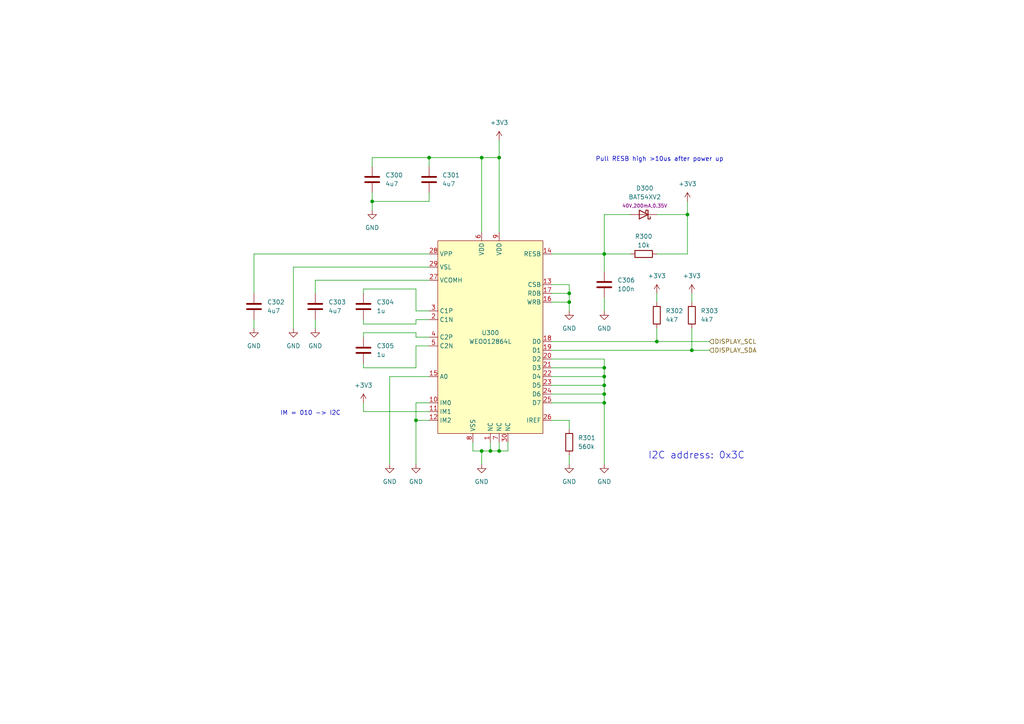
<source format=kicad_sch>
(kicad_sch (version 20211123) (generator eeschema)
  (paper "A4")
  (title_block (title "Linear PSU Digital Board") (date "06/2023") (rev "1") (company "Martin Kopka"))
  (lib_symbols
    (symbol "Device:C" (pin_numbers hide) (pin_names (offset 0.254))
      (property "Reference" "C" (at 0.635 2.54 0))
      (property "Value" "C" (at 0.635 -2.54 0))
      (symbol "C_0_1"
        (polyline (pts (xy -2.032 -0.762) (xy 2.032 -0.762)) (stroke (width 0.508)))
        (polyline (pts (xy -2.032 0.762) (xy 2.032 0.762)) (stroke (width 0.508)))
      )
      (symbol "C_1_1"
        (pin passive line (at 0 3.81 270) (length 2.794) (name "~") (number "1"))
        (pin passive line (at 0 -3.81 90) (length 2.794) (name "~") (number "2"))
      )
    )
    (symbol "Device:R" (pin_numbers hide) (pin_names (offset 0))
      (property "Reference" "R" (at 2.032 0 90))
      (property "Value" "R" (at 0 0 90))
      (symbol "R_0_1"
        (rectangle (start -1.016 -2.54) (end 1.016 2.54) (stroke (width 0.254)))
      )
      (symbol "R_1_1"
        (pin passive line (at 0 3.81 270) (length 1.27) (name "~") (number "1"))
        (pin passive line (at 0 -3.81 90) (length 1.27) (name "~") (number "2"))
      )
    )
    (symbol "power:+3V3" (power) (pin_names (offset 0))
      (property "Value" "+3V3" (at 0 3.556 0))
      (symbol "+3V3_0_1"
        (polyline (pts (xy -0.762 1.27) (xy 0 2.54)))
        (polyline (pts (xy 0 0) (xy 0 2.54)))
        (polyline (pts (xy 0 2.54) (xy 0.762 1.27)))
      )
      (symbol "+3V3_1_1"
        (pin power_in line (at 0 0 90) (length 0) hide (name "+3V3") (number "1"))
      )
    )
    (symbol "power:GND" (power) (pin_names (offset 0))
      (property "Value" "GND" (at 0 -3.81 0))
      (symbol "GND_0_1"
        (polyline (pts (xy 0 0) (xy 0 -1.27) (xy 1.27 -1.27) (xy 0 -2.54) (xy -1.27 -1.27) (xy 0 -1.27)))
      )
      (symbol "GND_1_1"
        (pin power_in line (at 0 0 270) (length 0) hide (name "GND") (number "1"))
      )
    )
    (symbol "w-diode:BAT54XV2" (pin_numbers hide) (pin_names hide)
      (property "Reference" "D" (at 0 7.62 0))
      (property "Value" "BAT54XV2" (at 0 5.08 0))
      (property "Params" "40V,200mA,0.35V" (at 0 2.54 0))
      (symbol "BAT54XV2_0_1"
        (polyline (pts (xy -1.27 0) (xy 1.27 0)))
        (polyline (pts (xy -1.27 -1.27) (xy -1.27 1.27) (xy 1.27 0) (xy -1.27 -1.27)) (stroke (width 0.254)))
        (polyline (pts (xy 1.905 -0.635) (xy 1.905 -1.27) (xy 1.27 -1.27) (xy 1.27 1.27) (xy 0.635 1.27) (xy 0.635 0.635)) (stroke (width 0.254)))
      )
      (symbol "BAT54XV2_1_1"
        (pin passive line (at 3.81 0 180) (length 2.54) (name "K") (number "1"))
        (pin passive line (at -3.81 0 0) (length 2.54) (name "A") (number "2"))
      )
    )
    (symbol "w-module:WEO012864L"
      (property "Reference" "U" (at 0 0 0))
      (property "Value" "WEO012864L" (at 0 -2.54 0))
      (symbol "WEO012864L_0_1"
        (rectangle (start -15.24 27.94) (end 15.24 -27.94) (fill (type background)))
      )
      (symbol "WEO012864L_1_1"
        (pin passive line (at 0 -30.48 90) (length 2.54) (name "NC") (number "1"))
        (pin input line (at -17.78 -19.05 0) (length 2.54) (name "IM0") (number "10"))
        (pin input line (at -17.78 -21.59 0) (length 2.54) (name "IM1") (number "11"))
        (pin input line (at -17.78 -24.13 0) (length 2.54) (name "IM2") (number "12"))
        (pin input line (at 17.78 15.24 180) (length 2.54) (name "CSB") (number "13"))
        (pin input line (at 17.78 24.13 180) (length 2.54) (name "RESB") (number "14"))
        (pin input line (at -17.78 -11.43 0) (length 2.54) (name "A0") (number "15"))
        (pin input line (at 17.78 10.16 180) (length 2.54) (name "WRB") (number "16"))
        (pin input line (at 17.78 12.7 180) (length 2.54) (name "RDB") (number "17"))
        (pin bidirectional line (at 17.78 -1.27 180) (length 2.54) (name "D0") (number "18"))
        (pin bidirectional line (at 17.78 -3.81 180) (length 2.54) (name "D1") (number "19"))
        (pin power_out line (at -17.78 5.08 0) (length 2.54) (name "C1N") (number "2"))
        (pin bidirectional line (at 17.78 -6.35 180) (length 2.54) (name "D2") (number "20"))
        (pin bidirectional line (at 17.78 -8.89 180) (length 2.54) (name "D3") (number "21"))
        (pin bidirectional line (at 17.78 -11.43 180) (length 2.54) (name "D4") (number "22"))
        (pin bidirectional line (at 17.78 -13.97 180) (length 2.54) (name "D5") (number "23"))
        (pin bidirectional line (at 17.78 -16.51 180) (length 2.54) (name "D6") (number "24"))
        (pin bidirectional line (at 17.78 -19.05 180) (length 2.54) (name "D7") (number "25"))
        (pin power_out line (at 17.78 -24.13 180) (length 2.54) (name "IREF") (number "26"))
        (pin power_out line (at -17.78 16.51 0) (length 2.54) (name "VCOMH") (number "27"))
        (pin power_out line (at -17.78 24.13 0) (length 2.54) (name "VPP") (number "28"))
        (pin power_in line (at -17.78 20.32 0) (length 2.54) (name "VSL") (number "29"))
        (pin power_out line (at -17.78 7.62 0) (length 2.54) (name "C1P") (number "3"))
        (pin passive line (at 5.08 -30.48 90) (length 2.54) (name "NC") (number "30"))
        (pin power_out line (at -17.78 0 0) (length 2.54) (name "C2P") (number "4"))
        (pin power_out line (at -17.78 -2.54 0) (length 2.54) (name "C2N") (number "5"))
        (pin power_in line (at -2.54 30.48 270) (length 2.54) (name "VDD") (number "6"))
        (pin passive line (at 2.54 -30.48 90) (length 2.54) (name "NC") (number "7"))
        (pin power_in line (at -5.08 -30.48 90) (length 2.54) (name "VSS") (number "8"))
        (pin power_in line (at 2.54 30.48 270) (length 2.54) (name "VDD") (number "9"))
      )
    )
  )
  (junction (at 165.1 85.09))
  (junction (at 139.7 130.81))
  (junction (at 175.26 116.84))
  (junction (at 139.7 45.72))
  (junction (at 124.46 45.72))
  (junction (at 190.5 99.06))
  (junction (at 175.26 73.66))
  (junction (at 200.66 101.6))
  (junction (at 175.26 106.68))
  (junction (at 120.65 121.92))
  (junction (at 144.78 130.81))
  (junction (at 165.1 87.63))
  (junction (at 142.24 130.81))
  (junction (at 175.26 114.3))
  (junction (at 199.39 62.23))
  (junction (at 107.95 58.42))
  (junction (at 175.26 109.22))
  (junction (at 144.78 45.72))
  (junction (at 175.26 111.76))
  (wire (pts (xy 107.95 58.42) (xy 107.95 60.96)))
  (wire (pts (xy 144.78 45.72) (xy 144.78 67.31)))
  (wire (pts (xy 105.41 106.68) (xy 105.41 105.41)))
  (wire (pts (xy 105.41 96.52) (xy 120.65 96.52)))
  (wire (pts (xy 144.78 40.64) (xy 144.78 45.72)))
  (wire (pts (xy 165.1 82.55) (xy 165.1 85.09)))
  (wire (pts (xy 147.32 128.27) (xy 147.32 130.81)))
  (wire (pts (xy 165.1 121.92) (xy 165.1 124.46)))
  (wire (pts (xy 91.44 85.09) (xy 91.44 81.28)))
  (wire (pts (xy 175.26 62.23) (xy 175.26 73.66)))
  (wire (pts (xy 105.41 92.71) (xy 105.41 93.98)))
  (wire (pts (xy 120.65 83.82) (xy 120.65 90.17)))
  (wire (pts (xy 73.66 73.66) (xy 124.46 73.66)))
  (wire (pts (xy 137.16 130.81) (xy 139.7 130.81)))
  (wire (pts (xy 160.02 109.22) (xy 175.26 109.22)))
  (wire (pts (xy 160.02 114.3) (xy 175.26 114.3)))
  (wire (pts (xy 175.26 73.66) (xy 175.26 78.74)))
  (wire (pts (xy 113.03 109.22) (xy 124.46 109.22)))
  (wire (pts (xy 73.66 95.25) (xy 73.66 92.71)))
  (wire (pts (xy 175.26 111.76) (xy 175.26 114.3)))
  (wire (pts (xy 91.44 95.25) (xy 91.44 92.71)))
  (wire (pts (xy 105.41 96.52) (xy 105.41 97.79)))
  (wire (pts (xy 120.65 106.68) (xy 105.41 106.68)))
  (wire (pts (xy 113.03 134.62) (xy 113.03 109.22)))
  (wire (pts (xy 165.1 85.09) (xy 165.1 87.63)))
  (wire (pts (xy 139.7 130.81) (xy 139.7 134.62)))
  (wire (pts (xy 175.26 116.84) (xy 175.26 134.62)))
  (wire (pts (xy 120.65 92.71) (xy 124.46 92.71)))
  (wire (pts (xy 137.16 128.27) (xy 137.16 130.81)))
  (wire (pts (xy 120.65 93.98) (xy 120.65 92.71)))
  (wire (pts (xy 160.02 82.55) (xy 165.1 82.55)))
  (wire (pts (xy 120.65 121.92) (xy 124.46 121.92)))
  (wire (pts (xy 120.65 90.17) (xy 124.46 90.17)))
  (wire (pts (xy 105.41 85.09) (xy 105.41 83.82)))
  (wire (pts (xy 175.26 114.3) (xy 175.26 116.84)))
  (wire (pts (xy 175.26 73.66) (xy 182.88 73.66)))
  (wire (pts (xy 190.5 99.06) (xy 190.5 95.25)))
  (wire (pts (xy 199.39 58.42) (xy 199.39 62.23)))
  (wire (pts (xy 199.39 62.23) (xy 190.5 62.23)))
  (wire (pts (xy 160.02 116.84) (xy 175.26 116.84)))
  (wire (pts (xy 124.46 116.84) (xy 120.65 116.84)))
  (wire (pts (xy 105.41 116.84) (xy 105.41 119.38)))
  (wire (pts (xy 105.41 93.98) (xy 120.65 93.98)))
  (wire (pts (xy 107.95 48.26) (xy 107.95 45.72)))
  (wire (pts (xy 175.26 90.17) (xy 175.26 86.36)))
  (wire (pts (xy 160.02 73.66) (xy 175.26 73.66)))
  (wire (pts (xy 139.7 130.81) (xy 142.24 130.81)))
  (wire (pts (xy 85.09 77.47) (xy 124.46 77.47)))
  (wire (pts (xy 190.5 99.06) (xy 205.74 99.06)))
  (wire (pts (xy 142.24 128.27) (xy 142.24 130.81)))
  (wire (pts (xy 200.66 101.6) (xy 200.66 95.25)))
  (wire (pts (xy 139.7 45.72) (xy 139.7 67.31)))
  (wire (pts (xy 120.65 121.92) (xy 120.65 134.62)))
  (wire (pts (xy 160.02 85.09) (xy 165.1 85.09)))
  (wire (pts (xy 73.66 85.09) (xy 73.66 73.66)))
  (wire (pts (xy 147.32 130.81) (xy 144.78 130.81)))
  (wire (pts (xy 175.26 106.68) (xy 175.26 109.22)))
  (wire (pts (xy 160.02 106.68) (xy 175.26 106.68)))
  (wire (pts (xy 175.26 106.68) (xy 175.26 104.14)))
  (wire (pts (xy 160.02 87.63) (xy 165.1 87.63)))
  (wire (pts (xy 160.02 111.76) (xy 175.26 111.76)))
  (wire (pts (xy 120.65 100.33) (xy 120.65 106.68)))
  (wire (pts (xy 139.7 45.72) (xy 144.78 45.72)))
  (wire (pts (xy 85.09 95.25) (xy 85.09 77.47)))
  (wire (pts (xy 124.46 100.33) (xy 120.65 100.33)))
  (wire (pts (xy 124.46 58.42) (xy 107.95 58.42)))
  (wire (pts (xy 120.65 116.84) (xy 120.65 121.92)))
  (wire (pts (xy 91.44 81.28) (xy 124.46 81.28)))
  (wire (pts (xy 120.65 97.79) (xy 124.46 97.79)))
  (wire (pts (xy 107.95 55.88) (xy 107.95 58.42)))
  (wire (pts (xy 175.26 104.14) (xy 160.02 104.14)))
  (wire (pts (xy 124.46 45.72) (xy 139.7 45.72)))
  (wire (pts (xy 160.02 99.06) (xy 190.5 99.06)))
  (wire (pts (xy 144.78 130.81) (xy 142.24 130.81)))
  (wire (pts (xy 182.88 62.23) (xy 175.26 62.23)))
  (wire (pts (xy 120.65 96.52) (xy 120.65 97.79)))
  (wire (pts (xy 199.39 73.66) (xy 190.5 73.66)))
  (wire (pts (xy 165.1 134.62) (xy 165.1 132.08)))
  (wire (pts (xy 190.5 85.09) (xy 190.5 87.63)))
  (wire (pts (xy 165.1 90.17) (xy 165.1 87.63)))
  (wire (pts (xy 160.02 121.92) (xy 165.1 121.92)))
  (wire (pts (xy 160.02 101.6) (xy 200.66 101.6)))
  (wire (pts (xy 175.26 109.22) (xy 175.26 111.76)))
  (wire (pts (xy 200.66 101.6) (xy 205.74 101.6)))
  (wire (pts (xy 200.66 85.09) (xy 200.66 87.63)))
  (wire (pts (xy 105.41 83.82) (xy 120.65 83.82)))
  (wire (pts (xy 105.41 119.38) (xy 124.46 119.38)))
  (wire (pts (xy 107.95 45.72) (xy 124.46 45.72)))
  (wire (pts (xy 144.78 128.27) (xy 144.78 130.81)))
  (wire (pts (xy 124.46 45.72) (xy 124.46 48.26)))
  (wire (pts (xy 199.39 62.23) (xy 199.39 73.66)))
  (wire (pts (xy 124.46 55.88) (xy 124.46 58.42)))
  (text "IM = 010 -> I2C" (at 81.28 120.65 0) (effects (font (size 1.27 1.27)) (justify left bottom)))
  (text "Pull RESB high >10us after power up" (at 172.72 46.99 0) (effects (font (size 1.27 1.27)) (justify left bottom)))
  (text "I2C address: 0x3C" (at 187.96 133.35 0) (effects (font (size 2 2)) (justify left bottom)))
  (hierarchical_label "DISPLAY_SCL" (shape input) (at 205.74 99.06 0))
  (hierarchical_label "DISPLAY_SDA" (shape input) (at 205.74 101.6 0))
  (symbol (lib_id "Device:C") (at 105.41 101.6 0) (unit 1)
    (property "Reference" "C305" (at 109.22 100.3299 0) (effects (justify left)))
    (property "Value" "1u" (at 109.22 102.8699 0) (effects (justify left)))
    (property "Footprint" "Capacitor_SMD:C_0402_1005Metric" (effects hide))
  )
  (symbol (lib_id "Device:C") (at 91.44 88.9 0) (unit 1)
    (property "Reference" "C303" (at 95.25 87.6299 0) (effects (justify left)))
    (property "Value" "4u7" (at 95.25 90.1699 0) (effects (justify left)))
    (property "Footprint" "Capacitor_SMD:C_0603_1608Metric" (effects hide))
  )
  (symbol (lib_id "power:+3V3") (at 200.66 85.09 0) (unit 1)
    (property "Reference" "#PWR0163" (effects hide))
    (property "Value" "+3V3" (at 200.66 80.01 0))
  )
  (symbol (lib_id "power:GND") (at 165.1 90.17 0) (unit 1)
    (property "Reference" "#PWR0143" (effects hide))
    (property "Value" "GND" (at 165.1 95.25 0))
  )
  (symbol (lib_id "Device:R") (at 200.66 91.44 180) (unit 1)
    (property "Reference" "R303" (at 203.2 90.1699 0) (effects (justify right)))
    (property "Value" "4k7" (at 203.2 92.7099 0) (effects (justify right)))
    (property "Footprint" "Resistor_SMD:R_0402_1005Metric" (effects hide))
  )
  (symbol (lib_id "Device:R") (at 165.1 128.27 180) (unit 1)
    (property "Reference" "R301" (at 167.64 126.9999 0) (effects (justify right)))
    (property "Value" "560k" (at 167.64 129.5399 0) (effects (justify right)))
    (property "Footprint" "Resistor_SMD:R_0402_1005Metric" (effects hide))
  )
  (symbol (lib_id "power:GND") (at 113.03 134.62 0) (unit 1)
    (property "Reference" "#PWR0145" (effects hide))
    (property "Value" "GND" (at 113.03 139.7 0))
  )
  (symbol (lib_id "Device:R") (at 186.69 73.66 90) (unit 1)
    (property "Reference" "R300" (at 186.69 68.58 90))
    (property "Value" "10k" (at 186.69 71.12 90))
    (property "Footprint" "Resistor_SMD:R_0402_1005Metric" (effects hide))
  )
  (symbol (lib_id "Device:R") (at 190.5 91.44 180) (unit 1)
    (property "Reference" "R302" (at 193.04 90.1699 0) (effects (justify right)))
    (property "Value" "4k7" (at 193.04 92.7099 0) (effects (justify right)))
    (property "Footprint" "Resistor_SMD:R_0402_1005Metric" (effects hide))
  )
  (symbol (lib_id "power:GND") (at 175.26 90.17 0) (unit 1)
    (property "Reference" "#PWR0127" (effects hide))
    (property "Value" "GND" (at 175.26 95.25 0))
  )
  (symbol (lib_id "Device:C") (at 175.26 82.55 0) (unit 1)
    (property "Reference" "C306" (at 179.07 81.2799 0) (effects (justify left)))
    (property "Value" "100n" (at 179.07 83.8199 0) (effects (justify left)))
    (property "Footprint" "Capacitor_SMD:C_0402_1005Metric" (effects hide))
  )
  (symbol (lib_id "power:GND") (at 165.1 134.62 0) (unit 1)
    (property "Reference" "#PWR0124" (effects hide))
    (property "Value" "GND" (at 165.1 139.7 0))
  )
  (symbol (lib_id "power:+3V3") (at 199.39 58.42 0) (unit 1)
    (property "Reference" "#PWR0164" (effects hide))
    (property "Value" "+3V3" (at 199.39 53.34 0))
  )
  (symbol (lib_id "power:GND") (at 91.44 95.25 0) (unit 1)
    (property "Reference" "#PWR0123" (effects hide))
    (property "Value" "GND" (at 91.44 100.33 0))
  )
  (symbol (lib_id "power:GND") (at 73.66 95.25 0) (unit 1)
    (property "Reference" "#PWR0122" (effects hide))
    (property "Value" "GND" (at 73.66 100.33 0))
  )
  (symbol (lib_id "power:+3V3") (at 144.78 40.64 0) (unit 1)
    (property "Reference" "#PWR0165" (effects hide))
    (property "Value" "+3V3" (at 144.78 35.56 0))
  )
  (symbol (lib_id "power:+3V3") (at 105.41 116.84 0) (unit 1)
    (property "Reference" "#PWR0174" (effects hide))
    (property "Value" "+3V3" (at 105.41 111.76 0))
  )
  (symbol (lib_id "power:GND") (at 175.26 134.62 0) (unit 1)
    (property "Reference" "#PWR0138" (effects hide))
    (property "Value" "GND" (at 175.26 139.7 0))
  )
  (symbol (lib_id "Device:C") (at 107.95 52.07 0) (unit 1)
    (property "Reference" "C300" (at 111.76 50.7999 0) (effects (justify left)))
    (property "Value" "4u7" (at 111.76 53.3399 0) (effects (justify left)))
    (property "Footprint" "Capacitor_SMD:C_0603_1608Metric" (effects hide))
  )
  (symbol (lib_id "power:GND") (at 107.95 60.96 0) (unit 1)
    (property "Reference" "#PWR0126" (effects hide))
    (property "Value" "GND" (at 107.95 66.04 0))
  )
  (symbol (lib_id "power:+3V3") (at 190.5 85.09 0) (unit 1)
    (property "Reference" "#PWR0162" (effects hide))
    (property "Value" "+3V3" (at 190.5 80.01 0))
  )
  (symbol (lib_id "Device:C") (at 73.66 88.9 0) (unit 1)
    (property "Reference" "C302" (at 77.47 87.6299 0) (effects (justify left)))
    (property "Value" "4u7" (at 77.47 90.1699 0) (effects (justify left)))
    (property "Footprint" "Capacitor_SMD:C_0603_1608Metric" (effects hide))
  )
  (symbol (lib_id "w-diode:BAT54XV2") (at 186.69 62.23 0) (unit 1)
    (property "Reference" "D300" (at 187.0075 54.61 0))
    (property "Value" "BAT54XV2" (at 187.0075 57.15 0))
    (property "Footprint" "w-diode:SOD-523" (effects hide))
    (property "Datasheet" "https://cz.mouser.com/datasheet/2/308/BAT54XV2T1_D-1522595.pdf" (effects hide))
    (property "Params" "40V,200mA,0.35V" (at 187.0075 59.69 0) (effects (font (size 1 1))))
  )
  (symbol (lib_id "power:GND") (at 120.65 134.62 0) (unit 1)
    (property "Reference" "#PWR0144" (effects hide))
    (property "Value" "GND" (at 120.65 139.7 0))
  )
  (symbol (lib_id "Device:C") (at 105.41 88.9 0) (unit 1)
    (property "Reference" "C304" (at 109.22 87.6299 0) (effects (justify left)))
    (property "Value" "1u" (at 109.22 90.1699 0) (effects (justify left)))
    (property "Footprint" "Capacitor_SMD:C_0402_1005Metric" (effects hide))
  )
  (symbol (lib_id "w-module:WEO012864L") (at 142.24 97.79 0) (unit 1)
    (property "Reference" "U300" (at 142.24 96.52 0))
    (property "Value" "WEO012864L" (at 142.24 99.06 0))
    (property "Footprint" "w-module:WEO012864L" (effects hide))
    (property "Datasheet" "https://www.velleman.eu/downloads/29/infosheets/sh1106_datasheet.pdf" (effects hide))
  )
  (symbol (lib_id "Device:C") (at 124.46 52.07 0) (unit 1)
    (property "Reference" "C301" (at 128.27 50.7999 0) (effects (justify left)))
    (property "Value" "4u7" (at 128.27 53.3399 0) (effects (justify left)))
    (property "Footprint" "Capacitor_SMD:C_0603_1608Metric" (effects hide))
  )
  (symbol (lib_id "power:GND") (at 139.7 134.62 0) (unit 1)
    (property "Reference" "#PWR0121" (effects hide))
    (property "Value" "GND" (at 139.7 139.7 0))
  )
  (symbol (lib_id "power:GND") (at 85.09 95.25 0) (unit 1)
    (property "Reference" "#PWR0131" (effects hide))
    (property "Value" "GND" (at 85.09 100.33 0))
  )
)
</source>
